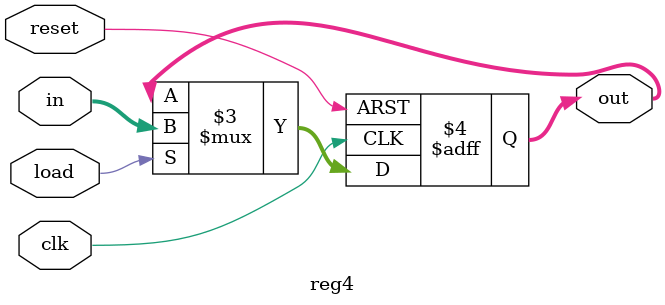
<source format=sv>
module datapath(input slow_clock, input fast_clock, input resetb,
                input load_pcard1, input load_pcard2, input load_pcard3,
                input load_dcard1, input load_dcard2, input load_dcard3,
                output [3:0] pcard3_out,
                output [3:0] pscore_out, output [3:0] dscore_out,
                output[6:0] HEX5, output[6:0] HEX4, output[6:0] HEX3,
                output[6:0] HEX2, output[6:0] HEX1, output[6:0] HEX0);
						
  logic [3:0] new_card, PCard1, PCard2, PCard3, DCard1, DCard2, DCard3;
  assign pcard3_out = PCard3;

  // instantiate dealcard module
  dealcard dealcard(fast_clock, resetb, new_card);

  // set up all registers for each card slot
  reg4 p_card1(slow_clock, new_card, PCard1, load_pcard1, resetb);
  reg4 p_card2(slow_clock, new_card, PCard2, load_pcard2, resetb);
  reg4 p_card3(slow_clock, new_card, PCard3, load_pcard3, resetb);
  reg4 d_card1(slow_clock, new_card, DCard1, load_dcard1, resetb);
  reg4 d_card2(slow_clock, new_card, DCard2, load_dcard2, resetb);
  reg4 d_card3(slow_clock, new_card, DCard3, load_dcard3, resetb);
  
  // set up all 7 segment display encoders for all card slots
  card7seg pcard1_HEX(PCard1, HEX0);
  card7seg pcard2_HEX(PCard2, HEX1);
  card7seg pcard3_HEX(PCard3, HEX2);
  card7seg dcard1_HEX(DCard1, HEX3);
  card7seg dcard2_HEX(DCard2, HEX4);
  card7seg dcard3_HEX(DCard3, HEX5);
  
  // set up two scorehand calculators
  scorehand pscore(PCard1, PCard2, PCard3, pscore_out);
  scorehand dscore(DCard1, DCard2, DCard3, dscore_out);
endmodule

/*
 * Parameterized D Flip-Flop with enable and active-low reset module, for use in datapath
 */
module reg4(clk, in, out, load, reset);
  input logic clk, reset, load;
  input logic [3:0] in;
  output logic [3:0] out;
  
  always @(posedge clk, negedge reset) begin
    // at rising edge of clk or falling edge of reset button
    if (!reset) 
      out = 1'b0; // if reset low, out gets 0
    else
      out = load ? in : out; // out will take value of in if load high, else keep value
  end
endmodule


</source>
